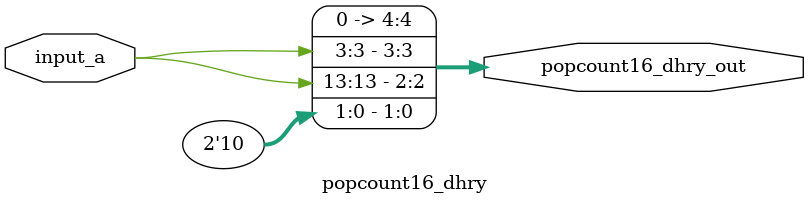
<source format=v>

module popcount16_dhry(input [15:0] input_a, output [4:0] popcount16_dhry_out);
  wire popcount16_dhry_core_020;
  wire popcount16_dhry_core_022;
  wire popcount16_dhry_core_023;
  wire popcount16_dhry_core_029;
  wire popcount16_dhry_core_030;
  wire popcount16_dhry_core_033;
  wire popcount16_dhry_core_035;
  wire popcount16_dhry_core_037_not;
  wire popcount16_dhry_core_038;
  wire popcount16_dhry_core_039;
  wire popcount16_dhry_core_040;
  wire popcount16_dhry_core_041;
  wire popcount16_dhry_core_042;
  wire popcount16_dhry_core_043;
  wire popcount16_dhry_core_044;
  wire popcount16_dhry_core_046;
  wire popcount16_dhry_core_050;
  wire popcount16_dhry_core_052;
  wire popcount16_dhry_core_054;
  wire popcount16_dhry_core_055_not;
  wire popcount16_dhry_core_057;
  wire popcount16_dhry_core_060;
  wire popcount16_dhry_core_061;
  wire popcount16_dhry_core_062;
  wire popcount16_dhry_core_063;
  wire popcount16_dhry_core_064;
  wire popcount16_dhry_core_065;
  wire popcount16_dhry_core_066;
  wire popcount16_dhry_core_067_not;
  wire popcount16_dhry_core_068;
  wire popcount16_dhry_core_070;
  wire popcount16_dhry_core_071;
  wire popcount16_dhry_core_072;
  wire popcount16_dhry_core_073;
  wire popcount16_dhry_core_074;
  wire popcount16_dhry_core_075;
  wire popcount16_dhry_core_077;
  wire popcount16_dhry_core_082;
  wire popcount16_dhry_core_083;
  wire popcount16_dhry_core_086;
  wire popcount16_dhry_core_088;
  wire popcount16_dhry_core_091;
  wire popcount16_dhry_core_092;
  wire popcount16_dhry_core_094;
  wire popcount16_dhry_core_095;
  wire popcount16_dhry_core_097;
  wire popcount16_dhry_core_100;
  wire popcount16_dhry_core_101;

  assign popcount16_dhry_core_020 = input_a[4] | input_a[8];
  assign popcount16_dhry_core_022 = input_a[1] | input_a[14];
  assign popcount16_dhry_core_023 = ~(input_a[13] | input_a[10]);
  assign popcount16_dhry_core_029 = ~input_a[4];
  assign popcount16_dhry_core_030 = input_a[6] | input_a[2];
  assign popcount16_dhry_core_033 = ~(input_a[5] & input_a[8]);
  assign popcount16_dhry_core_035 = input_a[1] | input_a[14];
  assign popcount16_dhry_core_037_not = ~input_a[5];
  assign popcount16_dhry_core_038 = input_a[14] | input_a[12];
  assign popcount16_dhry_core_039 = input_a[5] & input_a[4];
  assign popcount16_dhry_core_040 = ~(input_a[14] | input_a[15]);
  assign popcount16_dhry_core_041 = ~input_a[6];
  assign popcount16_dhry_core_042 = input_a[5] & input_a[9];
  assign popcount16_dhry_core_043 = input_a[8] ^ input_a[4];
  assign popcount16_dhry_core_044 = input_a[13] ^ input_a[7];
  assign popcount16_dhry_core_046 = ~(input_a[1] ^ input_a[8]);
  assign popcount16_dhry_core_050 = ~input_a[9];
  assign popcount16_dhry_core_052 = ~(input_a[7] | input_a[15]);
  assign popcount16_dhry_core_054 = ~(input_a[5] & input_a[12]);
  assign popcount16_dhry_core_055_not = ~input_a[12];
  assign popcount16_dhry_core_057 = ~(input_a[1] ^ input_a[14]);
  assign popcount16_dhry_core_060 = ~input_a[7];
  assign popcount16_dhry_core_061 = input_a[15] ^ input_a[3];
  assign popcount16_dhry_core_062 = input_a[1] & input_a[3];
  assign popcount16_dhry_core_063 = ~(input_a[11] | input_a[11]);
  assign popcount16_dhry_core_064 = ~(input_a[4] & input_a[11]);
  assign popcount16_dhry_core_065 = input_a[3] & input_a[11];
  assign popcount16_dhry_core_066 = ~input_a[13];
  assign popcount16_dhry_core_067_not = ~input_a[12];
  assign popcount16_dhry_core_068 = input_a[15] | input_a[3];
  assign popcount16_dhry_core_070 = ~input_a[1];
  assign popcount16_dhry_core_071 = input_a[12] & input_a[0];
  assign popcount16_dhry_core_072 = input_a[9] | input_a[4];
  assign popcount16_dhry_core_073 = ~(input_a[12] & input_a[13]);
  assign popcount16_dhry_core_074 = input_a[5] | input_a[3];
  assign popcount16_dhry_core_075 = ~(input_a[3] & input_a[3]);
  assign popcount16_dhry_core_077 = input_a[8] & input_a[6];
  assign popcount16_dhry_core_082 = ~(input_a[5] ^ input_a[15]);
  assign popcount16_dhry_core_083 = ~(input_a[10] | input_a[6]);
  assign popcount16_dhry_core_086 = ~(input_a[7] ^ input_a[6]);
  assign popcount16_dhry_core_088 = input_a[2] & input_a[10];
  assign popcount16_dhry_core_091 = ~input_a[10];
  assign popcount16_dhry_core_092 = input_a[0] & input_a[6];
  assign popcount16_dhry_core_094 = ~(input_a[15] & input_a[14]);
  assign popcount16_dhry_core_095 = input_a[2] | input_a[1];
  assign popcount16_dhry_core_097 = input_a[2] ^ input_a[8];
  assign popcount16_dhry_core_100 = ~(input_a[9] & input_a[2]);
  assign popcount16_dhry_core_101 = input_a[11] & input_a[13];

  assign popcount16_dhry_out[0] = 1'b0;
  assign popcount16_dhry_out[1] = 1'b1;
  assign popcount16_dhry_out[2] = input_a[13];
  assign popcount16_dhry_out[3] = input_a[3];
  assign popcount16_dhry_out[4] = 1'b0;
endmodule
</source>
